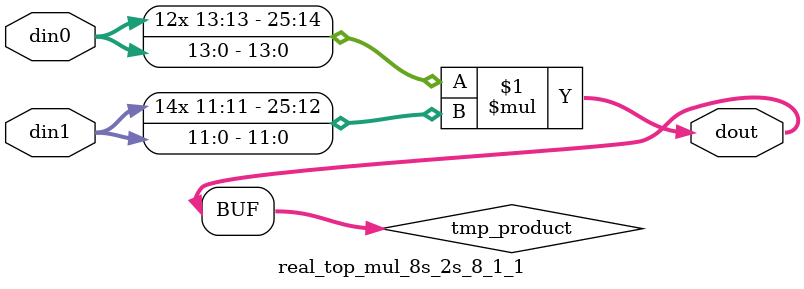
<source format=v>

`timescale 1 ns / 1 ps

 module real_top_mul_8s_2s_8_1_1(din0, din1, dout);
parameter ID = 1;
parameter NUM_STAGE = 0;
parameter din0_WIDTH = 14;
parameter din1_WIDTH = 12;
parameter dout_WIDTH = 26;

input [din0_WIDTH - 1 : 0] din0; 
input [din1_WIDTH - 1 : 0] din1; 
output [dout_WIDTH - 1 : 0] dout;

wire signed [dout_WIDTH - 1 : 0] tmp_product;



























assign tmp_product = $signed(din0) * $signed(din1);








assign dout = tmp_product;





















endmodule

</source>
